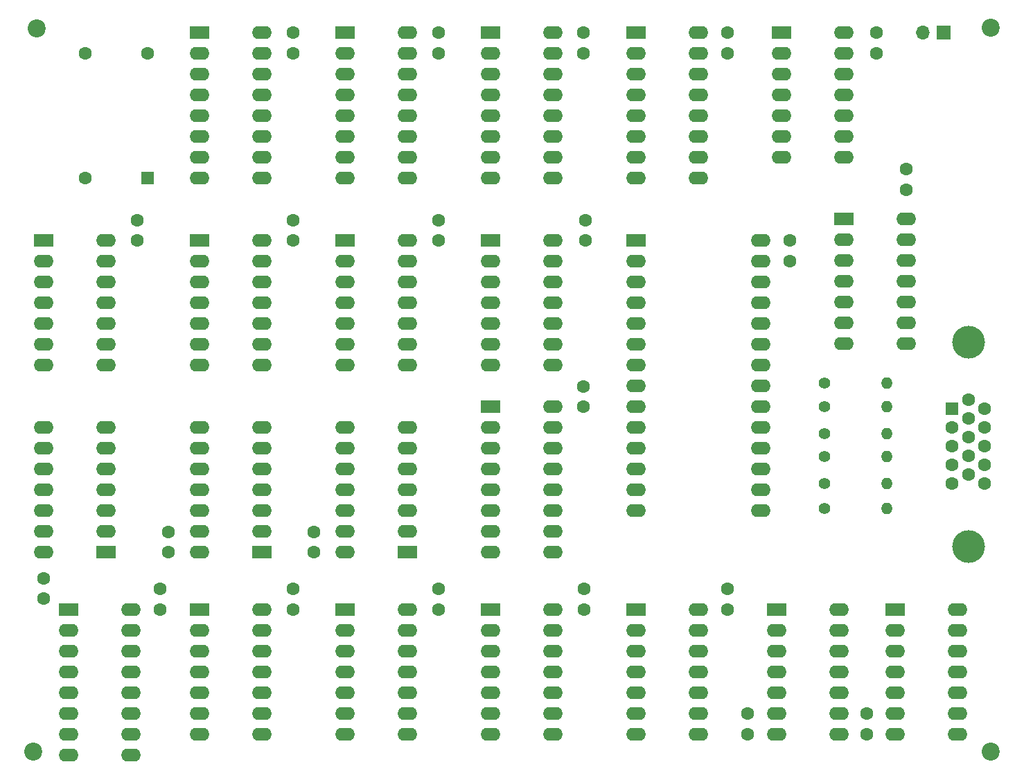
<source format=gbr>
%TF.GenerationSoftware,KiCad,Pcbnew,(5.1.8-0-10_14)*%
%TF.CreationDate,2020-12-18T14:34:53-08:00*%
%TF.ProjectId,BEN_VGA,42454e5f-5647-4412-9e6b-696361645f70,1.0*%
%TF.SameCoordinates,Original*%
%TF.FileFunction,Soldermask,Top*%
%TF.FilePolarity,Negative*%
%FSLAX46Y46*%
G04 Gerber Fmt 4.6, Leading zero omitted, Abs format (unit mm)*
G04 Created by KiCad (PCBNEW (5.1.8-0-10_14)) date 2020-12-18 14:34:53*
%MOMM*%
%LPD*%
G01*
G04 APERTURE LIST*
%ADD10O,2.400000X1.600000*%
%ADD11R,2.400000X1.600000*%
%ADD12C,2.200000*%
%ADD13C,1.600000*%
%ADD14R,1.600000X1.600000*%
%ADD15O,1.700000X1.700000*%
%ADD16R,1.700000X1.700000*%
%ADD17O,1.400000X1.400000*%
%ADD18C,1.400000*%
%ADD19C,4.000000*%
G04 APERTURE END LIST*
D10*
%TO.C,U20*%
X203200000Y-92583000D03*
X195580000Y-107823000D03*
X203200000Y-95123000D03*
X195580000Y-105283000D03*
X203200000Y-97663000D03*
X195580000Y-102743000D03*
X203200000Y-100203000D03*
X195580000Y-100203000D03*
X203200000Y-102743000D03*
X195580000Y-97663000D03*
X203200000Y-105283000D03*
X195580000Y-95123000D03*
X203200000Y-107823000D03*
D11*
X195580000Y-92583000D03*
%TD*%
D12*
%TO.C,H4*%
X213487000Y-157734000D03*
%TD*%
%TO.C,H3*%
X213487000Y-69215000D03*
%TD*%
%TO.C,H2*%
X96520000Y-157734000D03*
%TD*%
%TO.C,H1*%
X96901000Y-69342000D03*
%TD*%
D13*
%TO.C,C22*%
X188976000Y-95250000D03*
X188976000Y-97750000D03*
%TD*%
D10*
%TO.C,U12*%
X177800000Y-69850000D03*
X170180000Y-87630000D03*
X177800000Y-72390000D03*
X170180000Y-85090000D03*
X177800000Y-74930000D03*
X170180000Y-82550000D03*
X177800000Y-77470000D03*
X170180000Y-80010000D03*
X177800000Y-80010000D03*
X170180000Y-77470000D03*
X177800000Y-82550000D03*
X170180000Y-74930000D03*
X177800000Y-85090000D03*
X170180000Y-72390000D03*
X177800000Y-87630000D03*
D11*
X170180000Y-69850000D03*
%TD*%
D10*
%TO.C,U10*%
X160020000Y-95250000D03*
X152400000Y-110490000D03*
X160020000Y-97790000D03*
X152400000Y-107950000D03*
X160020000Y-100330000D03*
X152400000Y-105410000D03*
X160020000Y-102870000D03*
X152400000Y-102870000D03*
X160020000Y-105410000D03*
X152400000Y-100330000D03*
X160020000Y-107950000D03*
X152400000Y-97790000D03*
X160020000Y-110490000D03*
D11*
X152400000Y-95250000D03*
%TD*%
D10*
%TO.C,U23*%
X195580000Y-69850000D03*
X187960000Y-85090000D03*
X195580000Y-72390000D03*
X187960000Y-82550000D03*
X195580000Y-74930000D03*
X187960000Y-80010000D03*
X195580000Y-77470000D03*
X187960000Y-77470000D03*
X195580000Y-80010000D03*
X187960000Y-74930000D03*
X195580000Y-82550000D03*
X187960000Y-72390000D03*
X195580000Y-85090000D03*
D11*
X187960000Y-69850000D03*
%TD*%
D10*
%TO.C,U19*%
X209423000Y-140335000D03*
X201803000Y-155575000D03*
X209423000Y-142875000D03*
X201803000Y-153035000D03*
X209423000Y-145415000D03*
X201803000Y-150495000D03*
X209423000Y-147955000D03*
X201803000Y-147955000D03*
X209423000Y-150495000D03*
X201803000Y-145415000D03*
X209423000Y-153035000D03*
X201803000Y-142875000D03*
X209423000Y-155575000D03*
D11*
X201803000Y-140335000D03*
%TD*%
D10*
%TO.C,U18*%
X194945000Y-140335000D03*
X187325000Y-155575000D03*
X194945000Y-142875000D03*
X187325000Y-153035000D03*
X194945000Y-145415000D03*
X187325000Y-150495000D03*
X194945000Y-147955000D03*
X187325000Y-147955000D03*
X194945000Y-150495000D03*
X187325000Y-145415000D03*
X194945000Y-153035000D03*
X187325000Y-142875000D03*
X194945000Y-155575000D03*
D11*
X187325000Y-140335000D03*
%TD*%
D10*
%TO.C,U17*%
X177800000Y-140335000D03*
X170180000Y-155575000D03*
X177800000Y-142875000D03*
X170180000Y-153035000D03*
X177800000Y-145415000D03*
X170180000Y-150495000D03*
X177800000Y-147955000D03*
X170180000Y-147955000D03*
X177800000Y-150495000D03*
X170180000Y-145415000D03*
X177800000Y-153035000D03*
X170180000Y-142875000D03*
X177800000Y-155575000D03*
D11*
X170180000Y-140335000D03*
%TD*%
D10*
%TO.C,U16*%
X160020000Y-140335000D03*
X152400000Y-155575000D03*
X160020000Y-142875000D03*
X152400000Y-153035000D03*
X160020000Y-145415000D03*
X152400000Y-150495000D03*
X160020000Y-147955000D03*
X152400000Y-147955000D03*
X160020000Y-150495000D03*
X152400000Y-145415000D03*
X160020000Y-153035000D03*
X152400000Y-142875000D03*
X160020000Y-155575000D03*
D11*
X152400000Y-140335000D03*
%TD*%
D10*
%TO.C,U15*%
X142240000Y-140335000D03*
X134620000Y-155575000D03*
X142240000Y-142875000D03*
X134620000Y-153035000D03*
X142240000Y-145415000D03*
X134620000Y-150495000D03*
X142240000Y-147955000D03*
X134620000Y-147955000D03*
X142240000Y-150495000D03*
X134620000Y-145415000D03*
X142240000Y-153035000D03*
X134620000Y-142875000D03*
X142240000Y-155575000D03*
D11*
X134620000Y-140335000D03*
%TD*%
D10*
%TO.C,U14*%
X124460000Y-140335000D03*
X116840000Y-155575000D03*
X124460000Y-142875000D03*
X116840000Y-153035000D03*
X124460000Y-145415000D03*
X116840000Y-150495000D03*
X124460000Y-147955000D03*
X116840000Y-147955000D03*
X124460000Y-150495000D03*
X116840000Y-145415000D03*
X124460000Y-153035000D03*
X116840000Y-142875000D03*
X124460000Y-155575000D03*
D11*
X116840000Y-140335000D03*
%TD*%
D10*
%TO.C,U13*%
X160020000Y-115570000D03*
X152400000Y-133350000D03*
X160020000Y-118110000D03*
X152400000Y-130810000D03*
X160020000Y-120650000D03*
X152400000Y-128270000D03*
X160020000Y-123190000D03*
X152400000Y-125730000D03*
X160020000Y-125730000D03*
X152400000Y-123190000D03*
X160020000Y-128270000D03*
X152400000Y-120650000D03*
X160020000Y-130810000D03*
X152400000Y-118110000D03*
X160020000Y-133350000D03*
D11*
X152400000Y-115570000D03*
%TD*%
D10*
%TO.C,U11*%
X108458000Y-140335000D03*
X100838000Y-158115000D03*
X108458000Y-142875000D03*
X100838000Y-155575000D03*
X108458000Y-145415000D03*
X100838000Y-153035000D03*
X108458000Y-147955000D03*
X100838000Y-150495000D03*
X108458000Y-150495000D03*
X100838000Y-147955000D03*
X108458000Y-153035000D03*
X100838000Y-145415000D03*
X108458000Y-155575000D03*
X100838000Y-142875000D03*
X108458000Y-158115000D03*
D11*
X100838000Y-140335000D03*
%TD*%
D13*
%TO.C,X1*%
X110490000Y-72390000D03*
X102870000Y-72390000D03*
X102870000Y-87630000D03*
D14*
X110490000Y-87630000D03*
%TD*%
D10*
%TO.C,U9*%
X142240000Y-95250000D03*
X134620000Y-110490000D03*
X142240000Y-97790000D03*
X134620000Y-107950000D03*
X142240000Y-100330000D03*
X134620000Y-105410000D03*
X142240000Y-102870000D03*
X134620000Y-102870000D03*
X142240000Y-105410000D03*
X134620000Y-100330000D03*
X142240000Y-107950000D03*
X134620000Y-97790000D03*
X142240000Y-110490000D03*
D11*
X134620000Y-95250000D03*
%TD*%
D10*
%TO.C,U8*%
X134620000Y-133350000D03*
X142240000Y-118110000D03*
X134620000Y-130810000D03*
X142240000Y-120650000D03*
X134620000Y-128270000D03*
X142240000Y-123190000D03*
X134620000Y-125730000D03*
X142240000Y-125730000D03*
X134620000Y-123190000D03*
X142240000Y-128270000D03*
X134620000Y-120650000D03*
X142240000Y-130810000D03*
X134620000Y-118110000D03*
D11*
X142240000Y-133350000D03*
%TD*%
D10*
%TO.C,U7*%
X116840000Y-133350000D03*
X124460000Y-118110000D03*
X116840000Y-130810000D03*
X124460000Y-120650000D03*
X116840000Y-128270000D03*
X124460000Y-123190000D03*
X116840000Y-125730000D03*
X124460000Y-125730000D03*
X116840000Y-123190000D03*
X124460000Y-128270000D03*
X116840000Y-120650000D03*
X124460000Y-130810000D03*
X116840000Y-118110000D03*
D11*
X124460000Y-133350000D03*
%TD*%
D10*
%TO.C,U6*%
X97790000Y-133350000D03*
X105410000Y-118110000D03*
X97790000Y-130810000D03*
X105410000Y-120650000D03*
X97790000Y-128270000D03*
X105410000Y-123190000D03*
X97790000Y-125730000D03*
X105410000Y-125730000D03*
X97790000Y-123190000D03*
X105410000Y-128270000D03*
X97790000Y-120650000D03*
X105410000Y-130810000D03*
X97790000Y-118110000D03*
D11*
X105410000Y-133350000D03*
%TD*%
D10*
%TO.C,U3*%
X160020000Y-69850000D03*
X152400000Y-87630000D03*
X160020000Y-72390000D03*
X152400000Y-85090000D03*
X160020000Y-74930000D03*
X152400000Y-82550000D03*
X160020000Y-77470000D03*
X152400000Y-80010000D03*
X160020000Y-80010000D03*
X152400000Y-77470000D03*
X160020000Y-82550000D03*
X152400000Y-74930000D03*
X160020000Y-85090000D03*
X152400000Y-72390000D03*
X160020000Y-87630000D03*
D11*
X152400000Y-69850000D03*
%TD*%
D10*
%TO.C,U2*%
X142240000Y-69850000D03*
X134620000Y-87630000D03*
X142240000Y-72390000D03*
X134620000Y-85090000D03*
X142240000Y-74930000D03*
X134620000Y-82550000D03*
X142240000Y-77470000D03*
X134620000Y-80010000D03*
X142240000Y-80010000D03*
X134620000Y-77470000D03*
X142240000Y-82550000D03*
X134620000Y-74930000D03*
X142240000Y-85090000D03*
X134620000Y-72390000D03*
X142240000Y-87630000D03*
D11*
X134620000Y-69850000D03*
%TD*%
D10*
%TO.C,U1*%
X124460000Y-69850000D03*
X116840000Y-87630000D03*
X124460000Y-72390000D03*
X116840000Y-85090000D03*
X124460000Y-74930000D03*
X116840000Y-82550000D03*
X124460000Y-77470000D03*
X116840000Y-80010000D03*
X124460000Y-80010000D03*
X116840000Y-77470000D03*
X124460000Y-82550000D03*
X116840000Y-74930000D03*
X124460000Y-85090000D03*
X116840000Y-72390000D03*
X124460000Y-87630000D03*
D11*
X116840000Y-69850000D03*
%TD*%
D10*
%TO.C,U5*%
X124460000Y-95250000D03*
X116840000Y-110490000D03*
X124460000Y-97790000D03*
X116840000Y-107950000D03*
X124460000Y-100330000D03*
X116840000Y-105410000D03*
X124460000Y-102870000D03*
X116840000Y-102870000D03*
X124460000Y-105410000D03*
X116840000Y-100330000D03*
X124460000Y-107950000D03*
X116840000Y-97790000D03*
X124460000Y-110490000D03*
D11*
X116840000Y-95250000D03*
%TD*%
D10*
%TO.C,U4*%
X105410000Y-95250000D03*
X97790000Y-110490000D03*
X105410000Y-97790000D03*
X97790000Y-107950000D03*
X105410000Y-100330000D03*
X97790000Y-105410000D03*
X105410000Y-102870000D03*
X97790000Y-102870000D03*
X105410000Y-105410000D03*
X97790000Y-100330000D03*
X105410000Y-107950000D03*
X97790000Y-97790000D03*
X105410000Y-110490000D03*
D11*
X97790000Y-95250000D03*
%TD*%
D10*
%TO.C,U22*%
X185420000Y-95250000D03*
X170180000Y-128270000D03*
X185420000Y-97790000D03*
X170180000Y-125730000D03*
X185420000Y-100330000D03*
X170180000Y-123190000D03*
X185420000Y-102870000D03*
X170180000Y-120650000D03*
X185420000Y-105410000D03*
X170180000Y-118110000D03*
X185420000Y-107950000D03*
X170180000Y-115570000D03*
X185420000Y-110490000D03*
X170180000Y-113030000D03*
X185420000Y-113030000D03*
X170180000Y-110490000D03*
X185420000Y-115570000D03*
X170180000Y-107950000D03*
X185420000Y-118110000D03*
X170180000Y-105410000D03*
X185420000Y-120650000D03*
X170180000Y-102870000D03*
X185420000Y-123190000D03*
X170180000Y-100330000D03*
X185420000Y-125730000D03*
X170180000Y-97790000D03*
X185420000Y-128270000D03*
D11*
X170180000Y-95250000D03*
%TD*%
D15*
%TO.C,J2*%
X205232000Y-69850000D03*
D16*
X207772000Y-69850000D03*
%TD*%
D13*
%TO.C,C21*%
X199517000Y-69850000D03*
X199517000Y-72350000D03*
%TD*%
%TO.C,C20*%
X203200000Y-89027000D03*
X203200000Y-86527000D03*
%TD*%
%TO.C,C19*%
X198374000Y-155575000D03*
X198374000Y-153075000D03*
%TD*%
%TO.C,C18*%
X183769000Y-155575000D03*
X183769000Y-153075000D03*
%TD*%
%TO.C,C17*%
X181356000Y-140335000D03*
X181356000Y-137835000D03*
%TD*%
%TO.C,C16*%
X163830000Y-140335000D03*
X163830000Y-137835000D03*
%TD*%
%TO.C,C15*%
X146050000Y-140335000D03*
X146050000Y-137835000D03*
%TD*%
%TO.C,C14*%
X128270000Y-140335000D03*
X128270000Y-137835000D03*
%TD*%
%TO.C,C13*%
X163703000Y-115570000D03*
X163703000Y-113070000D03*
%TD*%
%TO.C,C12*%
X181356000Y-69850000D03*
X181356000Y-72350000D03*
%TD*%
%TO.C,C11*%
X112014000Y-140335000D03*
X112014000Y-137835000D03*
%TD*%
%TO.C,C10*%
X163957000Y-95250000D03*
X163957000Y-92750000D03*
%TD*%
%TO.C,C9*%
X146050000Y-95250000D03*
X146050000Y-92750000D03*
%TD*%
%TO.C,C8*%
X130810000Y-133350000D03*
X130810000Y-130850000D03*
%TD*%
%TO.C,C7*%
X113030000Y-133350000D03*
X113030000Y-130850000D03*
%TD*%
%TO.C,C6*%
X97790000Y-136525000D03*
X97790000Y-139025000D03*
%TD*%
%TO.C,C5*%
X128270000Y-95250000D03*
X128270000Y-92750000D03*
%TD*%
%TO.C,C4*%
X109220000Y-95250000D03*
X109220000Y-92750000D03*
%TD*%
%TO.C,C3*%
X163703000Y-69850000D03*
X163703000Y-72350000D03*
%TD*%
%TO.C,C2*%
X146050000Y-69850000D03*
X146050000Y-72350000D03*
%TD*%
%TO.C,C1*%
X128270000Y-69850000D03*
X128270000Y-72350000D03*
%TD*%
D17*
%TO.C,R6*%
X200787000Y-128016000D03*
D18*
X193167000Y-128016000D03*
%TD*%
D17*
%TO.C,R5*%
X200787000Y-124968000D03*
D18*
X193167000Y-124968000D03*
%TD*%
D17*
%TO.C,R4*%
X200787000Y-118872000D03*
D18*
X193167000Y-118872000D03*
%TD*%
D17*
%TO.C,R3*%
X200787000Y-121666000D03*
D18*
X193167000Y-121666000D03*
%TD*%
D17*
%TO.C,R2*%
X200787000Y-115570000D03*
D18*
X193167000Y-115570000D03*
%TD*%
D17*
%TO.C,R1*%
X200787000Y-112649000D03*
D18*
X193167000Y-112649000D03*
%TD*%
D19*
%TO.C,J1*%
X210838000Y-107639000D03*
X210838000Y-132639000D03*
D13*
X212748000Y-124984000D03*
X212748000Y-122694000D03*
X212748000Y-120404000D03*
X212748000Y-118114000D03*
X212748000Y-115824000D03*
X210768000Y-123839000D03*
X210768000Y-121549000D03*
X210768000Y-119259000D03*
X210768000Y-116969000D03*
X210768000Y-114679000D03*
X208788000Y-124984000D03*
X208788000Y-122694000D03*
X208788000Y-120404000D03*
X208788000Y-118114000D03*
D14*
X208788000Y-115824000D03*
%TD*%
M02*

</source>
